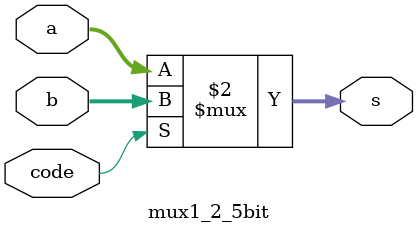
<source format=v>
`timescale 1ns / 1ps
module mux1_2_5bit( input code, input[4:0]a, input[4:0]b, output[4:0]s
    );
assign s = (code == 0)? a: b;

endmodule

</source>
